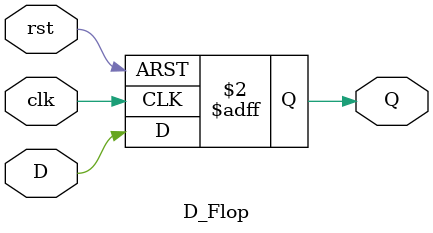
<source format=v>
`timescale 1ns / 1ps


module D_Flop(
    input       clk,
    input       rst,
    input       D,
    output  reg Q
    );

    always @(posedge clk, posedge rst)
        if(rst) Q <= 1'b0;
        else    Q <= D;
endmodule

</source>
